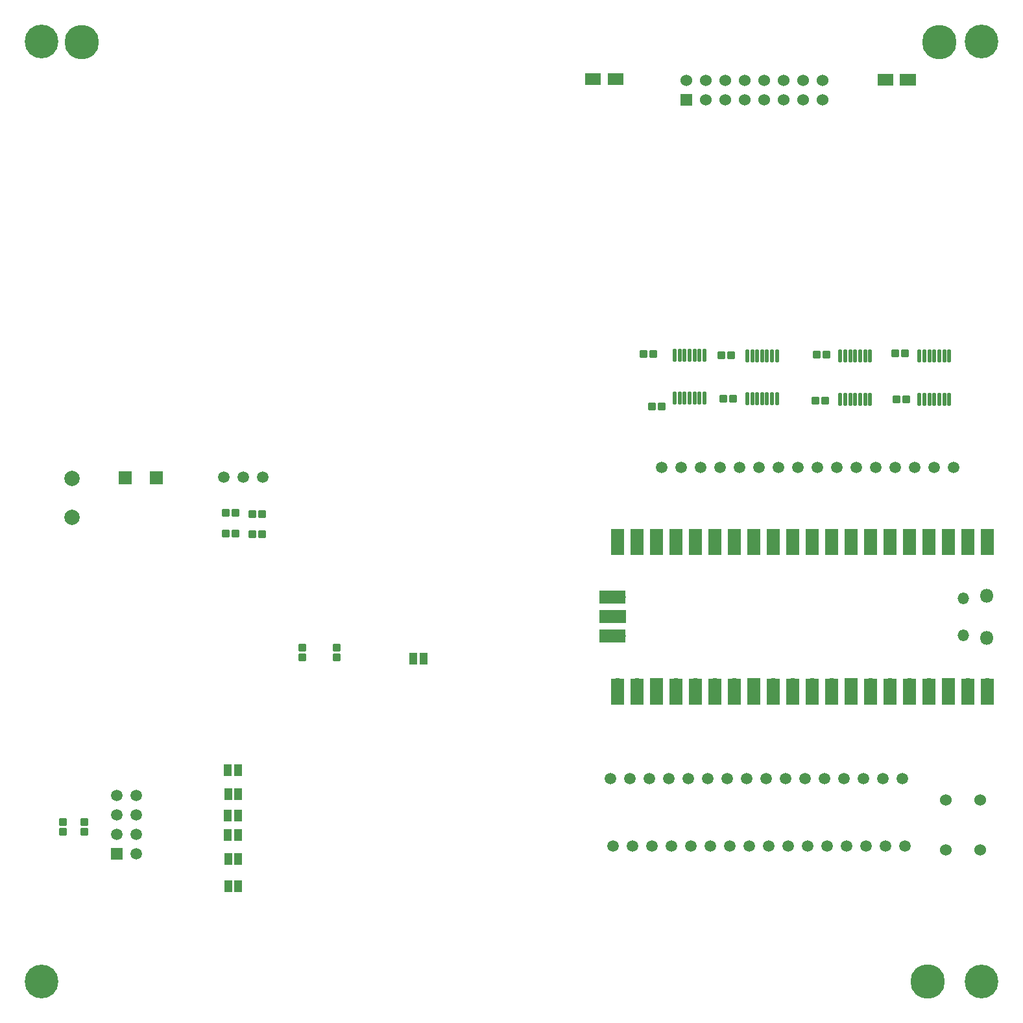
<source format=gbr>
%TF.GenerationSoftware,KiCad,Pcbnew,(5.99.0-10065-g0a0935e0f3)*%
%TF.CreationDate,2021-04-15T14:15:54+02:00*%
%TF.ProjectId,pimop,70696d6f-702e-46b6-9963-61645f706362,rev?*%
%TF.SameCoordinates,Original*%
%TF.FileFunction,Soldermask,Top*%
%TF.FilePolarity,Negative*%
%FSLAX46Y46*%
G04 Gerber Fmt 4.6, Leading zero omitted, Abs format (unit mm)*
G04 Created by KiCad (PCBNEW (5.99.0-10065-g0a0935e0f3)) date 2021-04-15 14:15:54*
%MOMM*%
%LPD*%
G01*
G04 APERTURE LIST*
G04 Aperture macros list*
%AMRoundRect*
0 Rectangle with rounded corners*
0 $1 Rounding radius*
0 $2 $3 $4 $5 $6 $7 $8 $9 X,Y pos of 4 corners*
0 Add a 4 corners polygon primitive as box body*
4,1,4,$2,$3,$4,$5,$6,$7,$8,$9,$2,$3,0*
0 Add four circle primitives for the rounded corners*
1,1,$1+$1,$2,$3*
1,1,$1+$1,$4,$5*
1,1,$1+$1,$6,$7*
1,1,$1+$1,$8,$9*
0 Add four rect primitives between the rounded corners*
20,1,$1+$1,$2,$3,$4,$5,0*
20,1,$1+$1,$4,$5,$6,$7,0*
20,1,$1+$1,$6,$7,$8,$9,0*
20,1,$1+$1,$8,$9,$2,$3,0*%
%AMFreePoly0*
4,1,6,1.000000,0.000000,0.500000,-0.750000,-0.500000,-0.750000,-0.500000,0.750000,0.500000,0.750000,1.000000,0.000000,1.000000,0.000000,$1*%
G04 Aperture macros list end*
%ADD10RoundRect,0.250000X-0.300000X0.250000X-0.300000X-0.250000X0.300000X-0.250000X0.300000X0.250000X0*%
%ADD11RoundRect,0.250000X0.300000X-0.250000X0.300000X0.250000X-0.300000X0.250000X-0.300000X-0.250000X0*%
%ADD12R,1.000000X1.500000*%
%ADD13C,1.500000*%
%ADD14RoundRect,0.121995X-0.121995X0.746835X-0.121995X-0.746835X0.121995X-0.746835X0.121995X0.746835X0*%
%ADD15C,1.524000*%
%ADD16C,2.000000*%
%ADD17C,4.400000*%
%ADD18RoundRect,0.250000X-0.250000X-0.300000X0.250000X-0.300000X0.250000X0.300000X-0.250000X0.300000X0*%
%ADD19C,4.500000*%
%ADD20R,1.524000X1.524000*%
%ADD21O,1.800000X1.800000*%
%ADD22O,1.500000X1.500000*%
%ADD23R,1.700000X3.500000*%
%ADD24O,1.700000X1.700000*%
%ADD25R,1.700000X1.700000*%
%ADD26R,3.500000X1.700000*%
%ADD27RoundRect,0.250000X0.250000X0.300000X-0.250000X0.300000X-0.250000X-0.300000X0.250000X-0.300000X0*%
%ADD28R,1.500000X1.500000*%
%ADD29FreePoly0,0.000000*%
%ADD30FreePoly0,180.000000*%
%ADD31R,1.800000X1.700000*%
%ADD32R,1.524000X1.500000*%
G04 APERTURE END LIST*
D10*
%TO.C,C7*%
X182645000Y-75015000D03*
X181375000Y-75015000D03*
%TD*%
D11*
%TO.C,C8*%
X191755000Y-68775000D03*
X193025000Y-68775000D03*
%TD*%
D12*
%TO.C,J9*%
X130170000Y-108700000D03*
X128870000Y-108700000D03*
%TD*%
D13*
%TO.C,U2*%
X104110000Y-84965000D03*
X106650000Y-84965000D03*
X109190000Y-84965000D03*
%TD*%
D14*
%TO.C,U4*%
X194931820Y-74779080D03*
X195582060Y-74779080D03*
X196232300Y-74779080D03*
X196880000Y-74779080D03*
X197527700Y-74779080D03*
X198177940Y-74779080D03*
X198828180Y-74779080D03*
X198828180Y-69180920D03*
X198177940Y-69180920D03*
X197527700Y-69180920D03*
X196880000Y-69180920D03*
X196232300Y-69180920D03*
X195582060Y-69180920D03*
X194931820Y-69180920D03*
%TD*%
D15*
%TO.C,SW1*%
X198390000Y-133640000D03*
X202890000Y-133640000D03*
X202890000Y-127140000D03*
X198390000Y-127140000D03*
%TD*%
D11*
%TO.C,C6*%
X191915000Y-74805000D03*
X193185000Y-74805000D03*
%TD*%
D14*
%TO.C,U5*%
X184601820Y-74779080D03*
X185252060Y-74779080D03*
X185902300Y-74779080D03*
X186550000Y-74779080D03*
X187197700Y-74779080D03*
X187847940Y-74779080D03*
X188498180Y-74779080D03*
X188498180Y-69180920D03*
X187847940Y-69180920D03*
X187197700Y-69180920D03*
X186550000Y-69180920D03*
X185902300Y-69180920D03*
X185252060Y-69180920D03*
X184601820Y-69180920D03*
%TD*%
D12*
%TO.C,J4*%
X104680000Y-129160000D03*
X105980000Y-129160000D03*
%TD*%
D16*
%TO.C,CON1*%
X84295000Y-90225000D03*
X84295000Y-85145000D03*
%TD*%
D17*
%TO.C,H4*%
X80310000Y-28065000D03*
%TD*%
D11*
%TO.C,C1*%
X104390000Y-89605000D03*
X105660000Y-89605000D03*
%TD*%
D18*
%TO.C,C13*%
X114360000Y-107220000D03*
X114360000Y-108490000D03*
%TD*%
D17*
%TO.C,H1*%
X203040000Y-150855000D03*
%TD*%
D11*
%TO.C,C9*%
X181495000Y-68995000D03*
X182765000Y-68995000D03*
%TD*%
%TO.C,C15*%
X169350000Y-74750000D03*
X170620000Y-74750000D03*
%TD*%
%TO.C,C16*%
X159970000Y-75740000D03*
X161240000Y-75740000D03*
%TD*%
D19*
%TO.C,FID2*%
X197500000Y-28165000D03*
%TD*%
D13*
%TO.C,CON3*%
X154595000Y-124385000D03*
X157135000Y-124385000D03*
X159675000Y-124385000D03*
X162215000Y-124385000D03*
X164755000Y-124385000D03*
X167295000Y-124385000D03*
X169835000Y-124385000D03*
X172375000Y-124385000D03*
X174915000Y-124385000D03*
X177455000Y-124385000D03*
X179995000Y-124385000D03*
X182535000Y-124385000D03*
X185075000Y-124385000D03*
X187615000Y-124385000D03*
X190155000Y-124385000D03*
X192695000Y-124385000D03*
%TD*%
D20*
%TO.C,U1*%
X164540000Y-35705000D03*
D15*
X164540000Y-33165000D03*
X167080000Y-35705000D03*
X167080000Y-33165000D03*
X169620000Y-35705000D03*
X169620000Y-33165000D03*
X172160000Y-35705000D03*
X172160000Y-33165000D03*
X174700000Y-35705000D03*
X174700000Y-33165000D03*
X177240000Y-35705000D03*
X177240000Y-33165000D03*
X179780000Y-35705000D03*
X179780000Y-33165000D03*
X182320000Y-35705000D03*
X182320000Y-33165000D03*
%TD*%
D21*
%TO.C,mod1*%
X203675000Y-105935000D03*
X203675000Y-100485000D03*
D22*
X200645000Y-105635000D03*
X200645000Y-100785000D03*
D23*
X203805000Y-93420000D03*
D24*
X203805000Y-94320000D03*
D23*
X201265000Y-93420000D03*
D24*
X201265000Y-94320000D03*
D25*
X198725000Y-94320000D03*
D23*
X198725000Y-93420000D03*
D24*
X196185000Y-94320000D03*
D23*
X196185000Y-93420000D03*
D24*
X193645000Y-94320000D03*
D23*
X193645000Y-93420000D03*
X191105000Y-93420000D03*
D24*
X191105000Y-94320000D03*
D23*
X188565000Y-93420000D03*
D24*
X188565000Y-94320000D03*
D23*
X186025000Y-93420000D03*
D25*
X186025000Y-94320000D03*
D24*
X183485000Y-94320000D03*
D23*
X183485000Y-93420000D03*
D24*
X180945000Y-94320000D03*
D23*
X180945000Y-93420000D03*
X178405000Y-93420000D03*
D24*
X178405000Y-94320000D03*
D23*
X175865000Y-93420000D03*
D24*
X175865000Y-94320000D03*
D23*
X173325000Y-93420000D03*
D25*
X173325000Y-94320000D03*
D24*
X170785000Y-94320000D03*
D23*
X170785000Y-93420000D03*
X168245000Y-93420000D03*
D24*
X168245000Y-94320000D03*
X165705000Y-94320000D03*
D23*
X165705000Y-93420000D03*
D24*
X163165000Y-94320000D03*
D23*
X163165000Y-93420000D03*
D25*
X160625000Y-94320000D03*
D23*
X160625000Y-93420000D03*
D24*
X158085000Y-94320000D03*
D23*
X158085000Y-93420000D03*
X155545000Y-93420000D03*
D24*
X155545000Y-94320000D03*
X155545000Y-112100000D03*
D23*
X155545000Y-113000000D03*
D24*
X158085000Y-112100000D03*
D23*
X158085000Y-113000000D03*
D25*
X160625000Y-112100000D03*
D23*
X160625000Y-113000000D03*
X163165000Y-113000000D03*
D24*
X163165000Y-112100000D03*
D23*
X165705000Y-113000000D03*
D24*
X165705000Y-112100000D03*
X168245000Y-112100000D03*
D23*
X168245000Y-113000000D03*
X170785000Y-113000000D03*
D24*
X170785000Y-112100000D03*
D25*
X173325000Y-112100000D03*
D23*
X173325000Y-113000000D03*
X175865000Y-113000000D03*
D24*
X175865000Y-112100000D03*
X178405000Y-112100000D03*
D23*
X178405000Y-113000000D03*
X180945000Y-113000000D03*
D24*
X180945000Y-112100000D03*
D23*
X183485000Y-113000000D03*
D24*
X183485000Y-112100000D03*
D23*
X186025000Y-113000000D03*
D25*
X186025000Y-112100000D03*
D23*
X188565000Y-113000000D03*
D24*
X188565000Y-112100000D03*
X191105000Y-112100000D03*
D23*
X191105000Y-113000000D03*
D24*
X193645000Y-112100000D03*
D23*
X193645000Y-113000000D03*
X196185000Y-113000000D03*
D24*
X196185000Y-112100000D03*
D25*
X198725000Y-112100000D03*
D23*
X198725000Y-113000000D03*
D24*
X201265000Y-112100000D03*
D23*
X201265000Y-113000000D03*
X203805000Y-113000000D03*
D24*
X203805000Y-112100000D03*
D26*
X154875000Y-100670000D03*
D24*
X155775000Y-100670000D03*
D26*
X154875000Y-103210000D03*
D25*
X155775000Y-103210000D03*
D24*
X155775000Y-105750000D03*
D26*
X154875000Y-105750000D03*
%TD*%
D18*
%TO.C,C12*%
X118835000Y-107235000D03*
X118835000Y-108505000D03*
%TD*%
D27*
%TO.C,C5*%
X85905000Y-131275000D03*
X85905000Y-130005000D03*
%TD*%
D12*
%TO.C,J2*%
X104710000Y-134820000D03*
X106010000Y-134820000D03*
%TD*%
D13*
%TO.C,CON2*%
X161250000Y-83680000D03*
X163790000Y-83680000D03*
X166330000Y-83680000D03*
X168870000Y-83680000D03*
X171410000Y-83680000D03*
X173950000Y-83680000D03*
X176490000Y-83680000D03*
X179030000Y-83680000D03*
X181570000Y-83680000D03*
X184110000Y-83680000D03*
X186650000Y-83680000D03*
X189190000Y-83680000D03*
X191730000Y-83680000D03*
X194270000Y-83680000D03*
X196810000Y-83680000D03*
X199350000Y-83680000D03*
%TD*%
D19*
%TO.C,FID1*%
X85560000Y-28145000D03*
%TD*%
D28*
%TO.C,J7*%
X193150000Y-33075000D03*
X190750000Y-33075000D03*
D29*
X189950000Y-33075000D03*
D30*
X193950000Y-33075000D03*
%TD*%
D10*
%TO.C,C2*%
X105675000Y-92365000D03*
X104405000Y-92365000D03*
%TD*%
D14*
%TO.C,U6*%
X172441820Y-74750355D03*
X173092060Y-74750355D03*
X173742300Y-74750355D03*
X174390000Y-74750355D03*
X175037700Y-74750355D03*
X175687940Y-74750355D03*
X176338180Y-74750355D03*
X176338180Y-69152195D03*
X175687940Y-69152195D03*
X175037700Y-69152195D03*
X174390000Y-69152195D03*
X173742300Y-69152195D03*
X173092060Y-69152195D03*
X172441820Y-69152195D03*
%TD*%
D11*
%TO.C,C11*%
X107835000Y-89775000D03*
X109105000Y-89775000D03*
%TD*%
D12*
%TO.C,J5*%
X104720000Y-138360000D03*
X106020000Y-138360000D03*
%TD*%
D11*
%TO.C,C18*%
X158915000Y-68905000D03*
X160185000Y-68905000D03*
%TD*%
D14*
%TO.C,U7*%
X162971820Y-74669080D03*
X163622060Y-74669080D03*
X164272300Y-74669080D03*
X164920000Y-74669080D03*
X165567700Y-74669080D03*
X166217940Y-74669080D03*
X166868180Y-74669080D03*
X166868180Y-69070920D03*
X166217940Y-69070920D03*
X165567700Y-69070920D03*
X164920000Y-69070920D03*
X164272300Y-69070920D03*
X163622060Y-69070920D03*
X162971820Y-69070920D03*
%TD*%
D12*
%TO.C,J3*%
X104680000Y-131750000D03*
X105980000Y-131750000D03*
%TD*%
D27*
%TO.C,C14*%
X83140000Y-131290000D03*
X83140000Y-130020000D03*
%TD*%
D19*
%TO.C,FID3*%
X196020000Y-150835000D03*
%TD*%
D13*
%TO.C,CON4*%
X193045000Y-133145000D03*
X190505000Y-133145000D03*
X187965000Y-133145000D03*
X185425000Y-133145000D03*
X182885000Y-133145000D03*
X180345000Y-133145000D03*
X177805000Y-133145000D03*
X175265000Y-133145000D03*
X172725000Y-133145000D03*
X170185000Y-133145000D03*
X167645000Y-133145000D03*
X165105000Y-133145000D03*
X162565000Y-133145000D03*
X160025000Y-133145000D03*
X157485000Y-133145000D03*
X154945000Y-133145000D03*
%TD*%
D17*
%TO.C,H3*%
X80300000Y-150845000D03*
%TD*%
D11*
%TO.C,C10*%
X107830000Y-92400000D03*
X109100000Y-92400000D03*
%TD*%
%TO.C,C17*%
X169065000Y-69065000D03*
X170335000Y-69065000D03*
%TD*%
D28*
%TO.C,J8*%
X152575000Y-33000000D03*
X154975000Y-33000000D03*
D29*
X151775000Y-33000000D03*
D30*
X155775000Y-33000000D03*
%TD*%
D17*
%TO.C,H2*%
X203050000Y-28095000D03*
%TD*%
D12*
%TO.C,J6*%
X104680000Y-123250000D03*
X105980000Y-123250000D03*
%TD*%
D31*
%TO.C,D1*%
X91225000Y-85050000D03*
X95325000Y-85050000D03*
%TD*%
D32*
%TO.C,U3*%
X90175000Y-134205000D03*
D13*
X92715000Y-134205000D03*
X90175000Y-131665000D03*
X92715000Y-131665000D03*
X90175000Y-129125000D03*
X92715000Y-129125000D03*
X90175000Y-126585000D03*
X92715000Y-126585000D03*
%TD*%
D12*
%TO.C,J1*%
X104690000Y-126390000D03*
X105990000Y-126390000D03*
%TD*%
M02*

</source>
